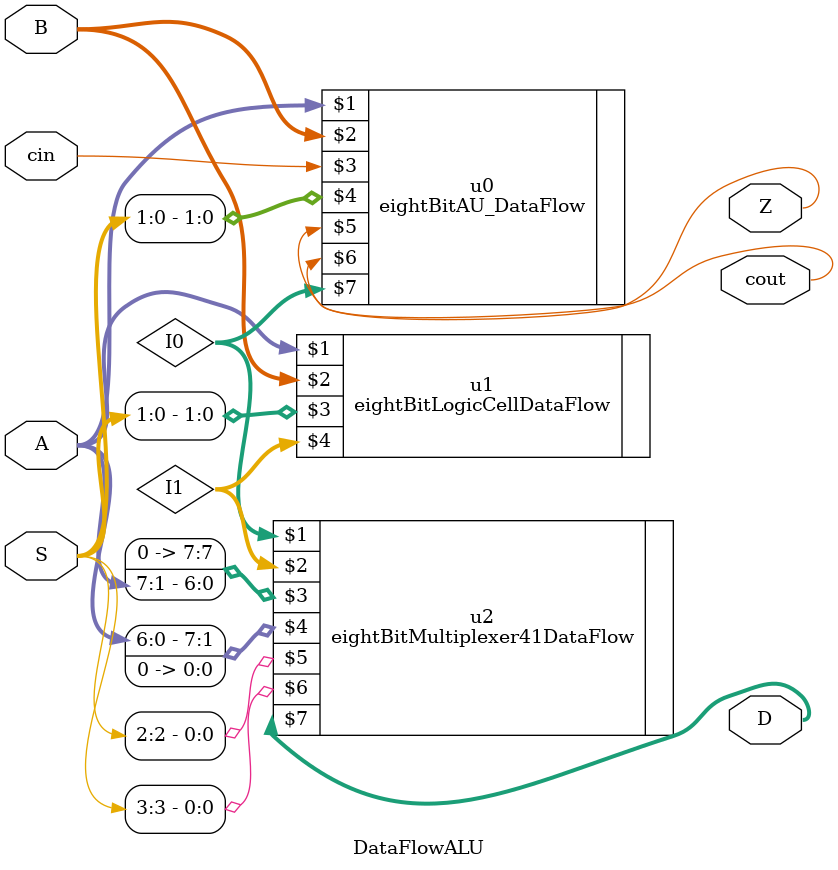
<source format=v>
module DataFlowALU(A, B, cin, S, Z, cout, D);

    input [7:0] A;
    input [7:0] B;
    input [3:0] S;
    input cin;
    output Z, cout;
    output [7:0] D;

    wire [7:0] I0;
    wire [7:0] I1;

    eightBitAU_DataFlow u0(A, B, cin, S[1:0], Z, cout, I0);
    eightBitLogicCellDataFlow u1(A, B, S[1:0], I1);
    eightBitMultiplexer41DataFlow u2(I0, I1, {1'b0,A[7:1]}, {A[6:0],1'b0}, S[2], S[3], D);

endmodule
</source>
